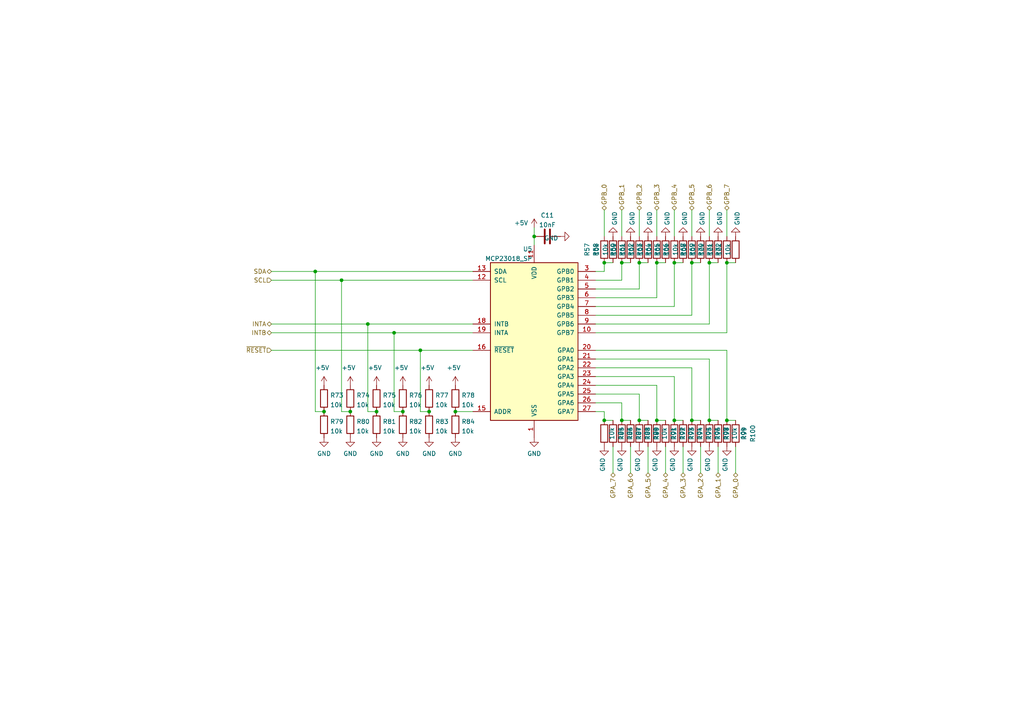
<source format=kicad_sch>
(kicad_sch (version 20211123) (generator eeschema)
  (paper "A4")
  (lib_symbols
    (symbol "Device:C" (pin_numbers hide) (pin_names (offset 0.254))
      (property "Reference" "C" (at 0.635 2.54 0))
      (property "Value" "C" (at 0.635 -2.54 0))
      (symbol "C_0_1"
        (polyline (pts (xy -2.032 -0.762) (xy 2.032 -0.762)) (stroke (width 0.508)))
        (polyline (pts (xy -2.032 0.762) (xy 2.032 0.762)) (stroke (width 0.508)))
      )
      (symbol "C_1_1"
        (pin passive line (at 0 3.81 270) (length 2.794) (name "~") (number "1"))
        (pin passive line (at 0 -3.81 90) (length 2.794) (name "~") (number "2"))
      )
    )
    (symbol "Device:R" (pin_numbers hide) (pin_names (offset 0))
      (property "Reference" "R" (at 2.032 0 90))
      (property "Value" "R" (at 0 0 90))
      (symbol "R_0_1"
        (rectangle (start -1.016 -2.54) (end 1.016 2.54) (stroke (width 0.254)))
      )
      (symbol "R_1_1"
        (pin passive line (at 0 3.81 270) (length 1.27) (name "~") (number "1"))
        (pin passive line (at 0 -3.81 90) (length 1.27) (name "~") (number "2"))
      )
    )
    (symbol "My Stuff:MCP23018_SP" (pin_names (offset 1.016))
      (property "Reference" "U" (at -11.43 24.13 0))
      (property "Value" "MCP23018_SP" (at 0 0 0))
      (symbol "MCP23018_SP_0_1"
        (rectangle (start -12.7 22.86) (end 12.7 -22.86) (stroke (width 0.254)) (fill (type background)))
      )
      (symbol "MCP23018_SP_1_1"
        (pin power_in line (at 0 -27.94 90) (length 5.08) (name "VSS") (number "1"))
        (pin bidirectional line (at 17.78 2.54 180) (length 5.08) (name "GPB7") (number "10"))
        (pin power_in line (at 0 27.94 270) (length 5.08) (name "VDD") (number "11"))
        (pin input line (at -17.78 17.78 0) (length 5.08) (name "SCL") (number "12"))
        (pin bidirectional line (at -17.78 20.32 0) (length 5.08) (name "SDA") (number "13"))
        (pin no_connect line (at -12.7 12.7 0) (length 5.08) hide (name "NC") (number "14"))
        (pin input line (at -17.78 -20.32 0) (length 5.08) (name "ADDR") (number "15"))
        (pin input line (at -17.78 -2.54 0) (length 5.08) (name "~{RESET}") (number "16"))
        (pin no_connect line (at -12.7 10.16 0) (length 5.08) hide (name "NC") (number "17"))
        (pin tri_state line (at -17.78 5.08 0) (length 5.08) (name "INTB") (number "18"))
        (pin tri_state line (at -17.78 2.54 0) (length 5.08) (name "INTA") (number "19"))
        (pin no_connect line (at -12.7 15.24 0) (length 5.08) hide (name "NC") (number "2"))
        (pin bidirectional line (at 17.78 -2.54 180) (length 5.08) (name "GPA0") (number "20"))
        (pin bidirectional line (at 17.78 -5.08 180) (length 5.08) (name "GPA1") (number "21"))
        (pin bidirectional line (at 17.78 -7.62 180) (length 5.08) (name "GPA2") (number "22"))
        (pin bidirectional line (at 17.78 -10.16 180) (length 5.08) (name "GPA3") (number "23"))
        (pin bidirectional line (at 17.78 -12.7 180) (length 5.08) (name "GPA4") (number "24"))
        (pin bidirectional line (at 17.78 -15.24 180) (length 5.08) (name "GPA5") (number "25"))
        (pin bidirectional line (at 17.78 -17.78 180) (length 5.08) (name "GPA6") (number "26"))
        (pin bidirectional line (at 17.78 -20.32 180) (length 5.08) (name "GPA7") (number "27"))
        (pin no_connect line (at -12.7 7.62 0) (length 5.08) hide (name "NC") (number "28"))
        (pin bidirectional line (at 17.78 20.32 180) (length 5.08) (name "GPB0") (number "3"))
        (pin bidirectional line (at 17.78 17.78 180) (length 5.08) (name "GPB1") (number "4"))
        (pin bidirectional line (at 17.78 15.24 180) (length 5.08) (name "GPB2") (number "5"))
        (pin bidirectional line (at 17.78 12.7 180) (length 5.08) (name "GPB3") (number "6"))
        (pin bidirectional line (at 17.78 10.16 180) (length 5.08) (name "GPB4") (number "7"))
        (pin bidirectional line (at 17.78 7.62 180) (length 5.08) (name "GPB5") (number "8"))
        (pin bidirectional line (at 17.78 5.08 180) (length 5.08) (name "GPB6") (number "9"))
      )
    )
    (symbol "power:+5V" (power) (pin_names (offset 0))
      (property "Value" "+5V" (at 0 3.556 0))
      (symbol "+5V_0_1"
        (polyline (pts (xy -0.762 1.27) (xy 0 2.54)))
        (polyline (pts (xy 0 0) (xy 0 2.54)))
        (polyline (pts (xy 0 2.54) (xy 0.762 1.27)))
      )
      (symbol "+5V_1_1"
        (pin power_in line (at 0 0 90) (length 0) hide (name "+5V") (number "1"))
      )
    )
    (symbol "power:GND" (power) (pin_names (offset 0))
      (property "Value" "GND" (at 0 -3.81 0))
      (symbol "GND_0_1"
        (polyline (pts (xy 0 0) (xy 0 -1.27) (xy 1.27 -1.27) (xy 0 -2.54) (xy -1.27 -1.27) (xy 0 -1.27)))
      )
      (symbol "GND_1_1"
        (pin power_in line (at 0 0 270) (length 0) hide (name "GND") (number "1"))
      )
    )
  )
  (junction (at 205.74 121.92))
  (junction (at 200.66 121.92))
  (junction (at 175.26 76.2))
  (junction (at 99.06 81.28))
  (junction (at 185.42 76.2))
  (junction (at 205.74 76.2))
  (junction (at 106.68 93.98))
  (junction (at 195.58 76.2))
  (junction (at 93.98 119.38))
  (junction (at 114.3 96.52))
  (junction (at 185.42 121.92))
  (junction (at 210.82 121.92))
  (junction (at 154.94 68.58))
  (junction (at 132.08 119.38))
  (junction (at 210.82 76.2))
  (junction (at 180.34 121.92))
  (junction (at 101.6 119.38))
  (junction (at 121.92 101.6))
  (junction (at 190.5 121.92))
  (junction (at 109.22 119.38))
  (junction (at 175.26 121.92))
  (junction (at 180.34 76.2))
  (junction (at 200.66 76.2))
  (junction (at 190.5 76.2))
  (junction (at 116.84 119.38))
  (junction (at 195.58 121.92))
  (junction (at 91.44 78.74))
  (junction (at 124.46 119.38))
  (wire (pts (xy 116.84 119.38) (xy 114.3 119.38)))
  (wire (pts (xy 193.04 121.92) (xy 190.5 121.92)))
  (wire (pts (xy 180.34 76.2) (xy 182.88 76.2)))
  (wire (pts (xy 185.42 76.2) (xy 187.96 76.2)))
  (wire (pts (xy 200.66 76.2) (xy 203.2 76.2)))
  (wire (pts (xy 208.28 137.16) (xy 208.28 129.54)))
  (wire (pts (xy 210.82 96.52) (xy 210.82 76.2)))
  (wire (pts (xy 195.58 88.9) (xy 195.58 76.2)))
  (wire (pts (xy 154.94 68.58) (xy 154.94 71.12)))
  (wire (pts (xy 203.2 121.92) (xy 200.66 121.92)))
  (wire (pts (xy 205.74 93.98) (xy 205.74 76.2)))
  (wire (pts (xy 185.42 114.3) (xy 185.42 121.92)))
  (wire (pts (xy 78.74 96.52) (xy 114.3 96.52)))
  (wire (pts (xy 210.82 76.2) (xy 213.36 76.2)))
  (wire (pts (xy 213.36 121.92) (xy 210.82 121.92)))
  (wire (pts (xy 99.06 81.28) (xy 99.06 119.38)))
  (wire (pts (xy 172.72 109.22) (xy 195.58 109.22)))
  (wire (pts (xy 187.96 137.16) (xy 187.96 129.54)))
  (wire (pts (xy 78.74 101.6) (xy 121.92 101.6)))
  (wire (pts (xy 172.72 91.44) (xy 200.66 91.44)))
  (wire (pts (xy 172.72 88.9) (xy 195.58 88.9)))
  (wire (pts (xy 182.88 137.16) (xy 182.88 129.54)))
  (wire (pts (xy 93.98 119.38) (xy 91.44 119.38)))
  (wire (pts (xy 180.34 81.28) (xy 180.34 76.2)))
  (wire (pts (xy 106.68 93.98) (xy 137.16 93.98)))
  (wire (pts (xy 172.72 81.28) (xy 180.34 81.28)))
  (wire (pts (xy 195.58 76.2) (xy 198.12 76.2)))
  (wire (pts (xy 78.74 93.98) (xy 106.68 93.98)))
  (wire (pts (xy 185.42 60.96) (xy 185.42 68.58)))
  (wire (pts (xy 190.5 86.36) (xy 190.5 76.2)))
  (wire (pts (xy 205.74 76.2) (xy 208.28 76.2)))
  (wire (pts (xy 208.28 121.92) (xy 205.74 121.92)))
  (wire (pts (xy 172.72 96.52) (xy 210.82 96.52)))
  (wire (pts (xy 190.5 60.96) (xy 190.5 68.58)))
  (wire (pts (xy 205.74 104.14) (xy 205.74 121.92)))
  (wire (pts (xy 205.74 60.96) (xy 205.74 68.58)))
  (wire (pts (xy 114.3 119.38) (xy 114.3 96.52)))
  (wire (pts (xy 198.12 137.16) (xy 198.12 129.54)))
  (wire (pts (xy 78.74 81.28) (xy 99.06 81.28)))
  (wire (pts (xy 172.72 111.76) (xy 190.5 111.76)))
  (wire (pts (xy 195.58 60.96) (xy 195.58 68.58)))
  (wire (pts (xy 182.88 121.92) (xy 180.34 121.92)))
  (wire (pts (xy 172.72 101.6) (xy 210.82 101.6)))
  (wire (pts (xy 172.72 104.14) (xy 205.74 104.14)))
  (wire (pts (xy 187.96 121.92) (xy 185.42 121.92)))
  (wire (pts (xy 172.72 119.38) (xy 175.26 119.38)))
  (wire (pts (xy 106.68 93.98) (xy 106.68 119.38)))
  (wire (pts (xy 172.72 114.3) (xy 185.42 114.3)))
  (wire (pts (xy 172.72 83.82) (xy 185.42 83.82)))
  (wire (pts (xy 210.82 60.96) (xy 210.82 68.58)))
  (wire (pts (xy 175.26 78.74) (xy 175.26 76.2)))
  (wire (pts (xy 91.44 78.74) (xy 137.16 78.74)))
  (wire (pts (xy 101.6 119.38) (xy 99.06 119.38)))
  (wire (pts (xy 213.36 137.16) (xy 213.36 129.54)))
  (wire (pts (xy 177.8 137.16) (xy 177.8 129.54)))
  (wire (pts (xy 132.08 119.38) (xy 137.16 119.38)))
  (wire (pts (xy 193.04 137.16) (xy 193.04 129.54)))
  (wire (pts (xy 177.8 121.92) (xy 175.26 121.92)))
  (wire (pts (xy 185.42 83.82) (xy 185.42 76.2)))
  (wire (pts (xy 172.72 106.68) (xy 200.66 106.68)))
  (wire (pts (xy 172.72 78.74) (xy 175.26 78.74)))
  (wire (pts (xy 203.2 137.16) (xy 203.2 129.54)))
  (wire (pts (xy 195.58 109.22) (xy 195.58 121.92)))
  (wire (pts (xy 190.5 111.76) (xy 190.5 121.92)))
  (wire (pts (xy 200.66 60.96) (xy 200.66 68.58)))
  (wire (pts (xy 180.34 60.96) (xy 180.34 68.58)))
  (wire (pts (xy 190.5 76.2) (xy 193.04 76.2)))
  (wire (pts (xy 78.74 78.74) (xy 91.44 78.74)))
  (wire (pts (xy 175.26 76.2) (xy 177.8 76.2)))
  (wire (pts (xy 175.26 60.96) (xy 175.26 68.58)))
  (wire (pts (xy 172.72 93.98) (xy 205.74 93.98)))
  (wire (pts (xy 198.12 121.92) (xy 195.58 121.92)))
  (wire (pts (xy 200.66 106.68) (xy 200.66 121.92)))
  (wire (pts (xy 121.92 101.6) (xy 137.16 101.6)))
  (wire (pts (xy 121.92 119.38) (xy 121.92 101.6)))
  (wire (pts (xy 99.06 81.28) (xy 137.16 81.28)))
  (wire (pts (xy 114.3 96.52) (xy 137.16 96.52)))
  (wire (pts (xy 124.46 119.38) (xy 121.92 119.38)))
  (wire (pts (xy 154.94 66.04) (xy 154.94 68.58)))
  (wire (pts (xy 200.66 91.44) (xy 200.66 76.2)))
  (wire (pts (xy 172.72 86.36) (xy 190.5 86.36)))
  (wire (pts (xy 175.26 119.38) (xy 175.26 121.92)))
  (wire (pts (xy 210.82 101.6) (xy 210.82 121.92)))
  (wire (pts (xy 109.22 119.38) (xy 106.68 119.38)))
  (wire (pts (xy 172.72 116.84) (xy 180.34 116.84)))
  (wire (pts (xy 91.44 78.74) (xy 91.44 119.38)))
  (wire (pts (xy 180.34 116.84) (xy 180.34 121.92)))
  (hierarchical_label "GPA_0" (shape bidirectional) (at 213.36 137.16 270))
  (hierarchical_label "GPA_3" (shape bidirectional) (at 198.12 137.16 270))
  (hierarchical_label "GPB_1" (shape bidirectional) (at 180.34 60.96 90))
  (hierarchical_label "GPA_1" (shape bidirectional) (at 208.28 137.16 270))
  (hierarchical_label "GPA_4" (shape bidirectional) (at 193.04 137.16 270))
  (hierarchical_label "GPA_5" (shape bidirectional) (at 187.96 137.16 270))
  (hierarchical_label "GPB_7" (shape bidirectional) (at 210.82 60.96 90))
  (hierarchical_label "GPB_0" (shape bidirectional) (at 175.26 60.96 90))
  (hierarchical_label "GPA_6" (shape bidirectional) (at 182.88 137.16 270))
  (hierarchical_label "SCL" (shape input) (at 78.74 81.28 180))
  (hierarchical_label "GPA_2" (shape bidirectional) (at 203.2 137.16 270))
  (hierarchical_label "GPB_5" (shape bidirectional) (at 200.66 60.96 90))
  (hierarchical_label "INTB" (shape tri_state) (at 78.74 96.52 180))
  (hierarchical_label "GPB_3" (shape bidirectional) (at 190.5 60.96 90))
  (hierarchical_label "GPB_4" (shape bidirectional) (at 195.58 60.96 90))
  (hierarchical_label "GPB_2" (shape bidirectional) (at 185.42 60.96 90))
  (hierarchical_label "GPB_6" (shape bidirectional) (at 205.74 60.96 90))
  (hierarchical_label "GPA_7" (shape bidirectional) (at 177.8 137.16 270))
  (hierarchical_label "INTA" (shape tri_state) (at 78.74 93.98 180))
  (hierarchical_label "~{RESET}" (shape input) (at 78.74 101.6 180))
  (hierarchical_label "SDA" (shape bidirectional) (at 78.74 78.74 180))
  (symbol (lib_id "Device:R") (at 132.08 115.57 0) (unit 1)
    (property "Reference" "R78" (at 133.858 114.6615 0) (effects (justify left)))
    (property "Value" "10k" (at 133.858 117.4366 0) (effects (justify left)))
    (property "Footprint" "Resistor_SMD:R_1206_3216Metric_Pad1.30x1.75mm_HandSolder" (effects hide))
  )
  (symbol (lib_id "power:GND") (at 124.46 127 0) (unit 1)
    (property "Reference" "#PWR084" (effects hide))
    (property "Value" "GND" (at 124.46 131.5625 0))
  )
  (symbol (lib_id "power:+5V") (at 101.6 111.76 0) (unit 1)
    (property "Reference" "#PWR075" (effects hide))
    (property "Value" "+5V" (at 99.06 106.68 0) (effects (justify left)))
  )
  (symbol (lib_id "power:GND") (at 175.26 129.54 0) (unit 1)
    (property "Reference" "#PWR087" (effects hide))
    (property "Value" "GND" (at 174.781 132.715 90) (effects (justify right)))
  )
  (symbol (lib_id "power:GND") (at 180.34 129.54 0) (unit 1)
    (property "Reference" "#PWR088" (effects hide))
    (property "Value" "GND" (at 179.861 132.715 90) (effects (justify right)))
  )
  (symbol (lib_id "Device:R") (at 203.2 125.73 0) (unit 1)
    (property "Reference" "R96" (at 208.1825 125.73 90))
    (property "Value" "10k" (at 205.4074 125.73 90))
    (property "Footprint" "Resistor_SMD:R_1206_3216Metric_Pad1.30x1.75mm_HandSolder" (effects hide))
  )
  (symbol (lib_id "power:GND") (at 187.96 68.58 180) (unit 1)
    (property "Reference" "#PWR068" (effects hide))
    (property "Value" "GND" (at 188.439 65.405 90) (effects (justify right)))
  )
  (symbol (lib_id "Device:R") (at 208.28 72.39 180) (unit 1)
    (property "Reference" "R70" (at 203.2975 72.39 90))
    (property "Value" "10k" (at 206.0726 72.39 90))
    (property "Footprint" "Resistor_SMD:R_1206_3216Metric_Pad1.30x1.75mm_HandSolder" (effects hide))
  )
  (symbol (lib_id "Device:R") (at 93.98 115.57 0) (unit 1)
    (property "Reference" "R73" (at 95.758 114.6615 0) (effects (justify left)))
    (property "Value" "10k" (at 95.758 117.4366 0) (effects (justify left)))
    (property "Footprint" "Resistor_SMD:R_1206_3216Metric_Pad1.30x1.75mm_HandSolder" (effects hide))
  )
  (symbol (lib_id "power:GND") (at 190.5 129.54 0) (unit 1)
    (property "Reference" "#PWR090" (effects hide))
    (property "Value" "GND" (at 190.021 132.715 90) (effects (justify right)))
  )
  (symbol (lib_id "Device:C") (at 158.75 68.58 270) (mirror x) (unit 1)
    (property "Reference" "C11" (at 158.75 62.4545 90))
    (property "Value" "10nF" (at 158.75 65.2296 90))
    (property "Footprint" "Capacitor_SMD:C_1206_3216Metric_Pad1.33x1.80mm_HandSolder" (effects hide))
  )
  (symbol (lib_id "Device:R") (at 180.34 125.73 0) (unit 1)
    (property "Reference" "R87" (at 185.3225 125.73 90))
    (property "Value" "10k" (at 182.5474 125.73 90))
    (property "Footprint" "Resistor_SMD:R_1206_3216Metric_Pad1.30x1.75mm_HandSolder" (effects hide))
  )
  (symbol (lib_id "Device:R") (at 124.46 115.57 0) (unit 1)
    (property "Reference" "R77" (at 126.238 114.6615 0) (effects (justify left)))
    (property "Value" "10k" (at 126.238 117.4366 0) (effects (justify left)))
    (property "Footprint" "Resistor_SMD:R_1206_3216Metric_Pad1.30x1.75mm_HandSolder" (effects hide))
  )
  (symbol (lib_id "Device:R") (at 180.34 72.39 180) (unit 1)
    (property "Reference" "R59" (at 177.8975 72.39 90))
    (property "Value" "10k" (at 178.1326 72.39 90))
    (property "Footprint" "Resistor_SMD:R_1206_3216Metric_Pad1.30x1.75mm_HandSolder" (effects hide))
  )
  (symbol (lib_id "power:GND") (at 154.94 127 0) (mirror y) (unit 1)
    (property "Reference" "#PWR086" (effects hide))
    (property "Value" "GND" (at 154.94 131.5625 0))
  )
  (symbol (lib_id "Device:R") (at 200.66 125.73 0) (unit 1)
    (property "Reference" "R95" (at 205.6425 125.73 90))
    (property "Value" "10k" (at 202.8674 125.73 90))
    (property "Footprint" "Resistor_SMD:R_1206_3216Metric_Pad1.30x1.75mm_HandSolder" (effects hide))
  )
  (symbol (lib_id "Device:R") (at 195.58 72.39 180) (unit 1)
    (property "Reference" "R65" (at 190.5975 72.39 90))
    (property "Value" "10k" (at 193.3726 72.39 90))
    (property "Footprint" "Resistor_SMD:R_1206_3216Metric_Pad1.30x1.75mm_HandSolder" (effects hide))
  )
  (symbol (lib_id "Device:R") (at 213.36 72.39 180) (unit 1)
    (property "Reference" "R72" (at 208.3775 72.39 90))
    (property "Value" "10k" (at 211.1526 72.39 90))
    (property "Footprint" "Resistor_SMD:R_1206_3216Metric_Pad1.30x1.75mm_HandSolder" (effects hide))
  )
  (symbol (lib_id "Device:R") (at 116.84 123.19 0) (unit 1)
    (property "Reference" "R82" (at 118.618 122.2815 0) (effects (justify left)))
    (property "Value" "10k" (at 118.618 125.0566 0) (effects (justify left)))
    (property "Footprint" "Resistor_SMD:R_1206_3216Metric_Pad1.30x1.75mm_HandSolder" (effects hide))
  )
  (symbol (lib_id "Device:R") (at 109.22 123.19 0) (unit 1)
    (property "Reference" "R81" (at 110.998 122.2815 0) (effects (justify left)))
    (property "Value" "10k" (at 110.998 125.0566 0) (effects (justify left)))
    (property "Footprint" "Resistor_SMD:R_1206_3216Metric_Pad1.30x1.75mm_HandSolder" (effects hide))
  )
  (symbol (lib_id "Device:R") (at 190.5 125.73 0) (unit 1)
    (property "Reference" "R91" (at 195.4825 125.73 90))
    (property "Value" "10k" (at 192.7074 125.73 90))
    (property "Footprint" "Resistor_SMD:R_1206_3216Metric_Pad1.30x1.75mm_HandSolder" (effects hide))
  )
  (symbol (lib_id "power:GND") (at 213.36 68.58 180) (unit 1)
    (property "Reference" "#PWR073" (effects hide))
    (property "Value" "GND" (at 213.839 65.405 90) (effects (justify right)))
  )
  (symbol (lib_id "power:GND") (at 162.56 68.58 90) (mirror x) (unit 1)
    (property "Reference" "#PWR065" (effects hide))
    (property "Value" "GND" (at 161.925 69.059 90) (effects (justify left)))
  )
  (symbol (lib_id "power:+5V") (at 124.46 111.76 0) (unit 1)
    (property "Reference" "#PWR078" (effects hide))
    (property "Value" "+5V" (at 121.92 106.68 0) (effects (justify left)))
  )
  (symbol (lib_id "power:GND") (at 195.58 129.54 0) (unit 1)
    (property "Reference" "#PWR091" (effects hide))
    (property "Value" "GND" (at 195.101 132.715 90) (effects (justify right)))
  )
  (symbol (lib_id "Device:R") (at 193.04 72.39 180) (unit 1)
    (property "Reference" "R64" (at 188.0575 72.39 90))
    (property "Value" "10k" (at 190.8326 72.39 90))
    (property "Footprint" "Resistor_SMD:R_1206_3216Metric_Pad1.30x1.75mm_HandSolder" (effects hide))
  )
  (symbol (lib_id "Device:R") (at 175.26 125.73 0) (unit 1)
    (property "Reference" "R85" (at 180.2425 125.73 90))
    (property "Value" "10k" (at 177.4674 125.73 90))
    (property "Footprint" "Resistor_SMD:R_1206_3216Metric_Pad1.30x1.75mm_HandSolder" (effects hide))
  )
  (symbol (lib_id "Device:R") (at 208.28 125.73 0) (unit 1)
    (property "Reference" "R98" (at 210.7225 125.73 90))
    (property "Value" "10k" (at 210.4874 125.73 90))
    (property "Footprint" "Resistor_SMD:R_1206_3216Metric_Pad1.30x1.75mm_HandSolder" (effects hide))
  )
  (symbol (lib_id "Device:R") (at 185.42 72.39 180) (unit 1)
    (property "Reference" "R61" (at 180.4375 72.39 90))
    (property "Value" "10k" (at 183.2126 72.39 90))
    (property "Footprint" "Resistor_SMD:R_1206_3216Metric_Pad1.30x1.75mm_HandSolder" (effects hide))
  )
  (symbol (lib_id "Device:R") (at 175.26 72.39 180) (unit 1)
    (property "Reference" "R57" (at 170.2775 72.39 90))
    (property "Value" "10k" (at 173.0526 72.39 90))
    (property "Footprint" "Resistor_SMD:R_1206_3216Metric_Pad1.30x1.75mm_HandSolder" (effects hide))
  )
  (symbol (lib_id "Device:R") (at 205.74 72.39 180) (unit 1)
    (property "Reference" "R69" (at 200.7575 72.39 90))
    (property "Value" "10k" (at 203.5326 72.39 90))
    (property "Footprint" "Resistor_SMD:R_1206_3216Metric_Pad1.30x1.75mm_HandSolder" (effects hide))
  )
  (symbol (lib_id "power:+5V") (at 154.94 66.04 0) (mirror y) (unit 1)
    (property "Reference" "#PWR064" (effects hide))
    (property "Value" "+5V" (at 153.2128 64.6648 0) (effects (justify left)))
  )
  (symbol (lib_id "Device:R") (at 203.2 72.39 180) (unit 1)
    (property "Reference" "R68" (at 198.2175 72.39 90))
    (property "Value" "10k" (at 200.9926 72.39 90))
    (property "Footprint" "Resistor_SMD:R_1206_3216Metric_Pad1.30x1.75mm_HandSolder" (effects hide))
  )
  (symbol (lib_id "Device:R") (at 182.88 72.39 180) (unit 1)
    (property "Reference" "R60" (at 177.8975 72.39 90))
    (property "Value" "10k" (at 180.6726 72.39 90))
    (property "Footprint" "Resistor_SMD:R_1206_3216Metric_Pad1.30x1.75mm_HandSolder" (effects hide))
  )
  (symbol (lib_id "Device:R") (at 116.84 115.57 0) (unit 1)
    (property "Reference" "R76" (at 118.618 114.6615 0) (effects (justify left)))
    (property "Value" "10k" (at 118.618 117.4366 0) (effects (justify left)))
    (property "Footprint" "Resistor_SMD:R_1206_3216Metric_Pad1.30x1.75mm_HandSolder" (effects hide))
  )
  (symbol (lib_id "power:GND") (at 210.82 129.54 0) (unit 1)
    (property "Reference" "#PWR094" (effects hide))
    (property "Value" "GND" (at 210.341 132.715 90) (effects (justify right)))
  )
  (symbol (lib_id "power:+5V") (at 93.98 111.76 0) (unit 1)
    (property "Reference" "#PWR074" (effects hide))
    (property "Value" "+5V" (at 91.44 106.68 0) (effects (justify left)))
  )
  (symbol (lib_id "power:GND") (at 177.8 68.58 180) (unit 1)
    (property "Reference" "#PWR066" (effects hide))
    (property "Value" "GND" (at 178.279 65.405 90) (effects (justify right)))
  )
  (symbol (lib_id "power:GND") (at 205.74 129.54 0) (unit 1)
    (property "Reference" "#PWR093" (effects hide))
    (property "Value" "GND" (at 205.261 132.715 90) (effects (justify right)))
  )
  (symbol (lib_id "Device:R") (at 213.36 125.73 0) (unit 1)
    (property "Reference" "R100" (at 218.3425 125.73 90))
    (property "Value" "10k" (at 215.5674 125.73 90))
    (property "Footprint" "Resistor_SMD:R_1206_3216Metric_Pad1.30x1.75mm_HandSolder" (effects hide))
  )
  (symbol (lib_id "Device:R") (at 193.04 125.73 0) (unit 1)
    (property "Reference" "R92" (at 198.0225 125.73 90))
    (property "Value" "10k" (at 195.2474 125.73 90))
    (property "Footprint" "Resistor_SMD:R_1206_3216Metric_Pad1.30x1.75mm_HandSolder" (effects hide))
  )
  (symbol (lib_id "power:GND") (at 193.04 68.58 180) (unit 1)
    (property "Reference" "#PWR069" (effects hide))
    (property "Value" "GND" (at 193.519 65.405 90) (effects (justify right)))
  )
  (symbol (lib_id "Device:R") (at 187.96 125.73 0) (unit 1)
    (property "Reference" "R90" (at 190.4025 125.73 90))
    (property "Value" "10k" (at 190.1674 125.73 90))
    (property "Footprint" "Resistor_SMD:R_1206_3216Metric_Pad1.30x1.75mm_HandSolder" (effects hide))
  )
  (symbol (lib_id "power:GND") (at 109.22 127 0) (unit 1)
    (property "Reference" "#PWR082" (effects hide))
    (property "Value" "GND" (at 109.22 131.5625 0))
  )
  (symbol (lib_id "power:GND") (at 185.42 129.54 0) (unit 1)
    (property "Reference" "#PWR089" (effects hide))
    (property "Value" "GND" (at 184.941 132.715 90) (effects (justify right)))
  )
  (symbol (lib_id "Device:R") (at 132.08 123.19 0) (unit 1)
    (property "Reference" "R84" (at 133.858 122.2815 0) (effects (justify left)))
    (property "Value" "10k" (at 133.858 125.0566 0) (effects (justify left)))
    (property "Footprint" "Resistor_SMD:R_1206_3216Metric_Pad1.30x1.75mm_HandSolder" (effects hide))
  )
  (symbol (lib_id "Device:R") (at 210.82 72.39 180) (unit 1)
    (property "Reference" "R71" (at 205.8375 72.39 90))
    (property "Value" "10k" (at 208.6126 72.39 90))
    (property "Footprint" "Resistor_SMD:R_1206_3216Metric_Pad1.30x1.75mm_HandSolder" (effects hide))
  )
  (symbol (lib_id "Device:R") (at 182.88 125.73 0) (unit 1)
    (property "Reference" "R88" (at 187.8625 125.73 90))
    (property "Value" "10k" (at 185.0874 125.73 90))
    (property "Footprint" "Resistor_SMD:R_1206_3216Metric_Pad1.30x1.75mm_HandSolder" (effects hide))
  )
  (symbol (lib_id "power:GND") (at 200.66 129.54 0) (unit 1)
    (property "Reference" "#PWR092" (effects hide))
    (property "Value" "GND" (at 200.181 132.715 90) (effects (justify right)))
  )
  (symbol (lib_id "power:GND") (at 132.08 127 0) (unit 1)
    (property "Reference" "#PWR085" (effects hide))
    (property "Value" "GND" (at 132.08 131.5625 0))
  )
  (symbol (lib_id "Device:R") (at 93.98 123.19 0) (unit 1)
    (property "Reference" "R79" (at 95.758 122.2815 0) (effects (justify left)))
    (property "Value" "10k" (at 95.758 125.0566 0) (effects (justify left)))
    (property "Footprint" "Resistor_SMD:R_1206_3216Metric_Pad1.30x1.75mm_HandSolder" (effects hide))
  )
  (symbol (lib_id "My Stuff:MCP23018_SP") (at 154.94 99.06 0) (unit 1)
    (property "Reference" "U5" (at 154.4194 72.2335 0) (effects (justify right)))
    (property "Value" "MCP23018_SP" (at 154.4194 75.0086 0) (effects (justify right)))
    (property "Footprint" "Package_DIP:DIP-28_W7.62mm_Socket_LongPads" (effects hide))
    (property "Datasheet" "https://ww1.microchip.com/downloads/aemDocuments/documents/OTH/ProductDocuments/DataSheets/22103a.pdf" (effects hide))
  )
  (symbol (lib_id "Device:R") (at 109.22 115.57 0) (unit 1)
    (property "Reference" "R75" (at 110.998 114.6615 0) (effects (justify left)))
    (property "Value" "10k" (at 110.998 117.4366 0) (effects (justify left)))
    (property "Footprint" "Resistor_SMD:R_1206_3216Metric_Pad1.30x1.75mm_HandSolder" (effects hide))
  )
  (symbol (lib_id "Device:R") (at 195.58 125.73 0) (unit 1)
    (property "Reference" "R93" (at 200.5625 125.73 90))
    (property "Value" "10k" (at 197.7874 125.73 90))
    (property "Footprint" "Resistor_SMD:R_1206_3216Metric_Pad1.30x1.75mm_HandSolder" (effects hide))
  )
  (symbol (lib_id "Device:R") (at 177.8 125.73 0) (unit 1)
    (property "Reference" "R86" (at 182.7825 125.73 90))
    (property "Value" "10k" (at 180.0074 125.73 90))
    (property "Footprint" "Resistor_SMD:R_1206_3216Metric_Pad1.30x1.75mm_HandSolder" (effects hide))
  )
  (symbol (lib_id "power:GND") (at 203.2 68.58 180) (unit 1)
    (property "Reference" "#PWR071" (effects hide))
    (property "Value" "GND" (at 203.679 65.405 90) (effects (justify right)))
  )
  (symbol (lib_id "Device:R") (at 198.12 125.73 0) (unit 1)
    (property "Reference" "R94" (at 203.1025 125.73 90))
    (property "Value" "10k" (at 200.3274 125.73 90))
    (property "Footprint" "Resistor_SMD:R_1206_3216Metric_Pad1.30x1.75mm_HandSolder" (effects hide))
  )
  (symbol (lib_id "power:GND") (at 93.98 127 0) (unit 1)
    (property "Reference" "#PWR080" (effects hide))
    (property "Value" "GND" (at 93.98 131.5625 0))
  )
  (symbol (lib_id "Device:R") (at 101.6 123.19 0) (unit 1)
    (property "Reference" "R80" (at 103.378 122.2815 0) (effects (justify left)))
    (property "Value" "10k" (at 103.378 125.0566 0) (effects (justify left)))
    (property "Footprint" "Resistor_SMD:R_1206_3216Metric_Pad1.30x1.75mm_HandSolder" (effects hide))
  )
  (symbol (lib_id "power:GND") (at 182.88 68.58 180) (unit 1)
    (property "Reference" "#PWR067" (effects hide))
    (property "Value" "GND" (at 183.359 65.405 90) (effects (justify right)))
  )
  (symbol (lib_id "Device:R") (at 200.66 72.39 180) (unit 1)
    (property "Reference" "R67" (at 198.2175 72.39 90))
    (property "Value" "10k" (at 198.4526 72.39 90))
    (property "Footprint" "Resistor_SMD:R_1206_3216Metric_Pad1.30x1.75mm_HandSolder" (effects hide))
  )
  (symbol (lib_id "power:GND") (at 116.84 127 0) (unit 1)
    (property "Reference" "#PWR083" (effects hide))
    (property "Value" "GND" (at 116.84 131.5625 0))
  )
  (symbol (lib_id "Device:R") (at 205.74 125.73 0) (unit 1)
    (property "Reference" "R97" (at 210.7225 125.73 90))
    (property "Value" "10k" (at 207.9474 125.73 90))
    (property "Footprint" "Resistor_SMD:R_1206_3216Metric_Pad1.30x1.75mm_HandSolder" (effects hide))
  )
  (symbol (lib_id "Device:R") (at 187.96 72.39 180) (unit 1)
    (property "Reference" "R62" (at 182.9775 72.39 90))
    (property "Value" "10k" (at 185.7526 72.39 90))
    (property "Footprint" "Resistor_SMD:R_1206_3216Metric_Pad1.30x1.75mm_HandSolder" (effects hide))
  )
  (symbol (lib_id "power:GND") (at 101.6 127 0) (unit 1)
    (property "Reference" "#PWR081" (effects hide))
    (property "Value" "GND" (at 101.6 131.5625 0))
  )
  (symbol (lib_id "power:+5V") (at 116.84 111.76 0) (unit 1)
    (property "Reference" "#PWR077" (effects hide))
    (property "Value" "+5V" (at 114.3 106.68 0) (effects (justify left)))
  )
  (symbol (lib_id "power:GND") (at 198.12 68.58 180) (unit 1)
    (property "Reference" "#PWR070" (effects hide))
    (property "Value" "GND" (at 198.599 65.405 90) (effects (justify right)))
  )
  (symbol (lib_id "Device:R") (at 210.82 125.73 0) (unit 1)
    (property "Reference" "R99" (at 215.8025 125.73 90))
    (property "Value" "10k" (at 213.0274 125.73 90))
    (property "Footprint" "Resistor_SMD:R_1206_3216Metric_Pad1.30x1.75mm_HandSolder" (effects hide))
  )
  (symbol (lib_id "Device:R") (at 185.42 125.73 0) (unit 1)
    (property "Reference" "R89" (at 190.4025 125.73 90))
    (property "Value" "10k" (at 187.6274 125.73 90))
    (property "Footprint" "Resistor_SMD:R_1206_3216Metric_Pad1.30x1.75mm_HandSolder" (effects hide))
  )
  (symbol (lib_id "Device:R") (at 177.8 72.39 180) (unit 1)
    (property "Reference" "R58" (at 172.8175 72.39 90))
    (property "Value" "10k" (at 175.5926 72.39 90))
    (property "Footprint" "Resistor_SMD:R_1206_3216Metric_Pad1.30x1.75mm_HandSolder" (effects hide))
  )
  (symbol (lib_id "Device:R") (at 190.5 72.39 180) (unit 1)
    (property "Reference" "R63" (at 185.5175 72.39 90))
    (property "Value" "10k" (at 188.2926 72.39 90))
    (property "Footprint" "Resistor_SMD:R_1206_3216Metric_Pad1.30x1.75mm_HandSolder" (effects hide))
  )
  (symbol (lib_id "Device:R") (at 124.46 123.19 0) (unit 1)
    (property "Reference" "R83" (at 126.238 122.2815 0) (effects (justify left)))
    (property "Value" "10k" (at 126.238 125.0566 0) (effects (justify left)))
    (property "Footprint" "Resistor_SMD:R_1206_3216Metric_Pad1.30x1.75mm_HandSolder" (effects hide))
  )
  (symbol (lib_id "power:+5V") (at 132.08 111.76 0) (unit 1)
    (property "Reference" "#PWR079" (effects hide))
    (property "Value" "+5V" (at 129.54 106.68 0) (effects (justify left)))
  )
  (symbol (lib_id "power:+5V") (at 109.22 111.76 0) (unit 1)
    (property "Reference" "#PWR076" (effects hide))
    (property "Value" "+5V" (at 106.68 106.68 0) (effects (justify left)))
  )
  (symbol (lib_id "Device:R") (at 101.6 115.57 0) (unit 1)
    (property "Reference" "R74" (at 103.378 114.6615 0) (effects (justify left)))
    (property "Value" "10k" (at 103.378 117.4366 0) (effects (justify left)))
    (property "Footprint" "Resistor_SMD:R_1206_3216Metric_Pad1.30x1.75mm_HandSolder" (effects hide))
  )
  (symbol (lib_id "power:GND") (at 208.28 68.58 180) (unit 1)
    (property "Reference" "#PWR072" (effects hide))
    (property "Value" "GND" (at 208.759 65.405 90) (effects (justify right)))
  )
  (symbol (lib_id "Device:R") (at 198.12 72.39 180) (unit 1)
    (property "Reference" "R66" (at 193.1375 72.39 90))
    (property "Value" "10k" (at 195.9126 72.39 90))
    (property "Footprint" "Resistor_SMD:R_1206_3216Metric_Pad1.30x1.75mm_HandSolder" (effects hide))
  )
)
</source>
